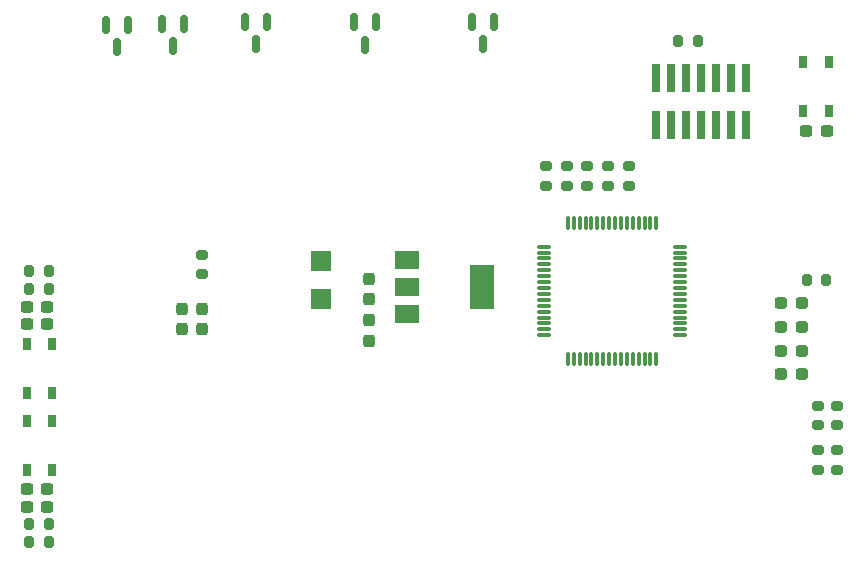
<source format=gtp>
G04 #@! TF.GenerationSoftware,KiCad,Pcbnew,(6.0.9)*
G04 #@! TF.CreationDate,2023-02-01T14:52:05+00:00*
G04 #@! TF.ProjectId,GroupProjectCustom,47726f75-7050-4726-9f6a-656374437573,rev?*
G04 #@! TF.SameCoordinates,Original*
G04 #@! TF.FileFunction,Paste,Top*
G04 #@! TF.FilePolarity,Positive*
%FSLAX46Y46*%
G04 Gerber Fmt 4.6, Leading zero omitted, Abs format (unit mm)*
G04 Created by KiCad (PCBNEW (6.0.9)) date 2023-02-01 14:52:05*
%MOMM*%
%LPD*%
G01*
G04 APERTURE LIST*
G04 Aperture macros list*
%AMRoundRect*
0 Rectangle with rounded corners*
0 $1 Rounding radius*
0 $2 $3 $4 $5 $6 $7 $8 $9 X,Y pos of 4 corners*
0 Add a 4 corners polygon primitive as box body*
4,1,4,$2,$3,$4,$5,$6,$7,$8,$9,$2,$3,0*
0 Add four circle primitives for the rounded corners*
1,1,$1+$1,$2,$3*
1,1,$1+$1,$4,$5*
1,1,$1+$1,$6,$7*
1,1,$1+$1,$8,$9*
0 Add four rect primitives between the rounded corners*
20,1,$1+$1,$2,$3,$4,$5,0*
20,1,$1+$1,$4,$5,$6,$7,0*
20,1,$1+$1,$6,$7,$8,$9,0*
20,1,$1+$1,$8,$9,$2,$3,0*%
G04 Aperture macros list end*
%ADD10RoundRect,0.237500X-0.237500X0.300000X-0.237500X-0.300000X0.237500X-0.300000X0.237500X0.300000X0*%
%ADD11RoundRect,0.150000X-0.150000X0.587500X-0.150000X-0.587500X0.150000X-0.587500X0.150000X0.587500X0*%
%ADD12RoundRect,0.200000X0.275000X-0.200000X0.275000X0.200000X-0.275000X0.200000X-0.275000X-0.200000X0*%
%ADD13RoundRect,0.200000X-0.275000X0.200000X-0.275000X-0.200000X0.275000X-0.200000X0.275000X0.200000X0*%
%ADD14R,0.650000X1.050000*%
%ADD15R,2.000000X1.500000*%
%ADD16R,2.000000X3.800000*%
%ADD17RoundRect,0.075000X-0.525000X0.075000X-0.525000X-0.075000X0.525000X-0.075000X0.525000X0.075000X0*%
%ADD18RoundRect,0.075000X-0.075000X0.525000X-0.075000X-0.525000X0.075000X-0.525000X0.075000X0.525000X0*%
%ADD19RoundRect,0.200000X-0.200000X-0.275000X0.200000X-0.275000X0.200000X0.275000X-0.200000X0.275000X0*%
%ADD20RoundRect,0.237500X0.287500X0.237500X-0.287500X0.237500X-0.287500X-0.237500X0.287500X-0.237500X0*%
%ADD21RoundRect,0.237500X-0.300000X-0.237500X0.300000X-0.237500X0.300000X0.237500X-0.300000X0.237500X0*%
%ADD22RoundRect,0.237500X0.300000X0.237500X-0.300000X0.237500X-0.300000X-0.237500X0.300000X-0.237500X0*%
%ADD23R,0.740000X2.400000*%
%ADD24R,1.800000X1.750000*%
%ADD25RoundRect,0.237500X0.237500X-0.300000X0.237500X0.300000X-0.237500X0.300000X-0.237500X-0.300000X0*%
G04 APERTURE END LIST*
D10*
X153000000Y-74347500D03*
X153000000Y-76072500D03*
D11*
X163620000Y-49102500D03*
X161720000Y-49102500D03*
X162670000Y-50977500D03*
D12*
X191010000Y-87010000D03*
X191010000Y-85360000D03*
D13*
X169750000Y-61300000D03*
X169750000Y-62950000D03*
D14*
X124025000Y-76335000D03*
X124025000Y-80485000D03*
X126175000Y-80485000D03*
X126175000Y-76360000D03*
D15*
X156250000Y-69210000D03*
D16*
X162550000Y-71510000D03*
D15*
X156250000Y-71510000D03*
X156250000Y-73810000D03*
D17*
X167835000Y-68100000D03*
X167835000Y-68600000D03*
X167835000Y-69100000D03*
X167835000Y-69600000D03*
X167835000Y-70100000D03*
X167835000Y-70600000D03*
X167835000Y-71100000D03*
X167835000Y-71600000D03*
X167835000Y-72100000D03*
X167835000Y-72600000D03*
X167835000Y-73100000D03*
X167835000Y-73600000D03*
X167835000Y-74100000D03*
X167835000Y-74600000D03*
X167835000Y-75100000D03*
X167835000Y-75600000D03*
D18*
X169835000Y-77600000D03*
X170335000Y-77600000D03*
X170835000Y-77600000D03*
X171335000Y-77600000D03*
X171835000Y-77600000D03*
X172335000Y-77600000D03*
X172835000Y-77600000D03*
X173335000Y-77600000D03*
X173835000Y-77600000D03*
X174335000Y-77600000D03*
X174835000Y-77600000D03*
X175335000Y-77600000D03*
X175835000Y-77600000D03*
X176335000Y-77600000D03*
X176835000Y-77600000D03*
X177335000Y-77600000D03*
D17*
X179335000Y-75600000D03*
X179335000Y-75100000D03*
X179335000Y-74600000D03*
X179335000Y-74100000D03*
X179335000Y-73600000D03*
X179335000Y-73100000D03*
X179335000Y-72600000D03*
X179335000Y-72100000D03*
X179335000Y-71600000D03*
X179335000Y-71100000D03*
X179335000Y-70600000D03*
X179335000Y-70100000D03*
X179335000Y-69600000D03*
X179335000Y-69100000D03*
X179335000Y-68600000D03*
X179335000Y-68100000D03*
D18*
X177335000Y-66100000D03*
X176835000Y-66100000D03*
X176335000Y-66100000D03*
X175835000Y-66100000D03*
X175335000Y-66100000D03*
X174835000Y-66100000D03*
X174335000Y-66100000D03*
X173835000Y-66100000D03*
X173335000Y-66100000D03*
X172835000Y-66100000D03*
X172335000Y-66100000D03*
X171835000Y-66100000D03*
X171335000Y-66100000D03*
X170835000Y-66100000D03*
X170335000Y-66100000D03*
X169835000Y-66100000D03*
D19*
X124250000Y-93110000D03*
X125900000Y-93110000D03*
D20*
X189675000Y-78910000D03*
X187925000Y-78910000D03*
D13*
X174975000Y-61300000D03*
X174975000Y-62950000D03*
X173225000Y-61300000D03*
X173225000Y-62950000D03*
D21*
X124037500Y-73185000D03*
X125762500Y-73185000D03*
D13*
X191010000Y-81560000D03*
X191010000Y-83210000D03*
D14*
X191925000Y-52470000D03*
X191925000Y-56620000D03*
X189775000Y-52470000D03*
X189775000Y-56595000D03*
D22*
X125762500Y-88610000D03*
X124037500Y-88610000D03*
D11*
X132610000Y-49322500D03*
X130710000Y-49322500D03*
X131660000Y-51197500D03*
D13*
X192610000Y-81560000D03*
X192610000Y-83210000D03*
D19*
X124250000Y-91610000D03*
X125900000Y-91610000D03*
D12*
X192610000Y-87010000D03*
X192610000Y-85360000D03*
D14*
X124025000Y-86985000D03*
X124025000Y-82835000D03*
X126175000Y-86985000D03*
X126175000Y-82860000D03*
D23*
X184960000Y-53860000D03*
X184960000Y-57760000D03*
X183690000Y-53860000D03*
X183690000Y-57760000D03*
X182420000Y-53860000D03*
X182420000Y-57760000D03*
X181150000Y-53860000D03*
X181150000Y-57760000D03*
X179880000Y-53860000D03*
X179880000Y-57760000D03*
X178610000Y-53860000D03*
X178610000Y-57760000D03*
X177340000Y-53860000D03*
X177340000Y-57760000D03*
D19*
X124250000Y-71685000D03*
X125900000Y-71685000D03*
D22*
X125762500Y-74685000D03*
X124037500Y-74685000D03*
D20*
X189675000Y-76910000D03*
X187925000Y-76910000D03*
D11*
X153610000Y-49122500D03*
X151710000Y-49122500D03*
X152660000Y-50997500D03*
X137340000Y-49270000D03*
X135440000Y-49270000D03*
X136390000Y-51145000D03*
D19*
X124250000Y-70185000D03*
X125900000Y-70185000D03*
D20*
X189675000Y-72910000D03*
X187925000Y-72910000D03*
D21*
X124037500Y-90110000D03*
X125762500Y-90110000D03*
D10*
X138860000Y-73377500D03*
X138860000Y-75102500D03*
D13*
X171475000Y-61300000D03*
X171475000Y-62950000D03*
D19*
X190075000Y-70895000D03*
X191725000Y-70895000D03*
D24*
X148930000Y-69275000D03*
X148930000Y-72525000D03*
D19*
X179175000Y-50675000D03*
X180825000Y-50675000D03*
D20*
X189675000Y-74910000D03*
X187925000Y-74910000D03*
D11*
X144370000Y-49102500D03*
X142470000Y-49102500D03*
X143420000Y-50977500D03*
D13*
X168025000Y-61300000D03*
X168025000Y-62950000D03*
D22*
X191762500Y-58345000D03*
X190037500Y-58345000D03*
D13*
X138860000Y-68805000D03*
X138860000Y-70455000D03*
D10*
X137130000Y-73387500D03*
X137130000Y-75112500D03*
D25*
X153000000Y-72572500D03*
X153000000Y-70847500D03*
M02*

</source>
